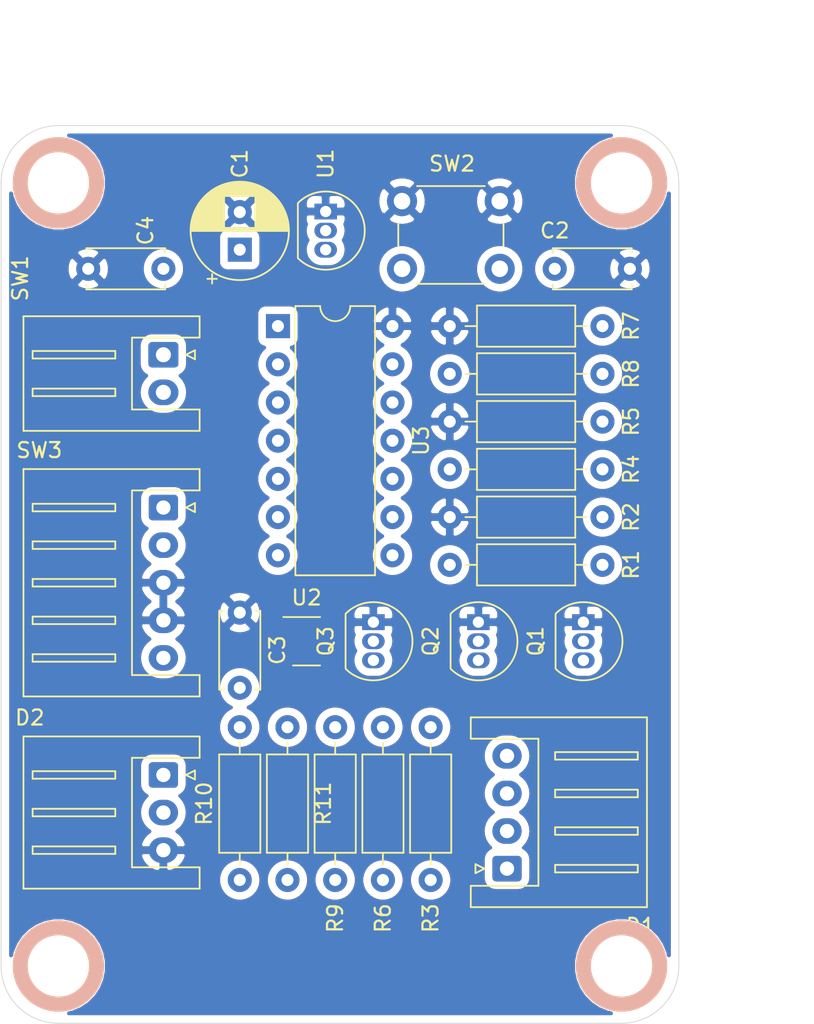
<source format=kicad_pcb>
(kicad_pcb (version 20171130) (host pcbnew "(5.1.6)-1")
  (layers (0 F.Cu signal) (31 B.Cu signal) (34 B.Paste user) (35 F.Paste user) (36 B.SilkS user) (37 F.SilkS user) (38 B.Mask user) (39 F.Mask user) (44 Edge.Cuts user))
  (net 0 "")
  (net 1 GND)
  (net 2 +5V)
  (net 3 ~RESET)
  (net 4 "Net-(C3-Pad2)")
  (net 5 "Net-(D1-Pad4)")
  (net 6 "Net-(D1-Pad3)")
  (net 7 "Net-(D1-Pad2)")
  (net 8 "Net-(Q1-Pad3)")
  (net 9 "Net-(Q1-Pad2)")
  (net 10 "Net-(Q2-Pad3)")
  (net 11 "Net-(Q2-Pad2)")
  (net 12 "Net-(Q3-Pad3)")
  (net 13 "Net-(Q3-Pad2)")
  (net 14 LED_R)
  (net 15 LED_G)
  (net 16 LED_B)
  (net 17 "Net-(R10-Pad2)")
  (net 18 "Net-(J1-Pad1)")
  (net 19 ROTARY_B)
  (net 20 ROTARY_A)
  (net 21 ROTARY_SW)
  (net 22 "Net-(U2-Pad1)")
  (net 23 LED_DATA)
  (net 24 "Net-(U3-Pad3)")
  (net 25 "Net-(U3-Pad2)")
  (net 26 "Net-(U3-Pad10)")
  (net 27 "Net-(U3-Pad9)")
  (module p_util:MH_M3 (layer F.Cu) (at 42.545 137.16)
    (fp_text reference REF** hide)
    (fp_text value MH_M3 hide)
    (fp_circle (center 0 0) (end 2.54 0) (layer F.SilkS) (width 1))
    (fp_circle (center 0 0) (end 2.54 0) (layer B.SilkS) (width 1))
    (pad "" np_thru_hole circle (at 0 0) (size 3.2 3.2) (drill 3.2) (layers *.Cu *.Mask) (clearance 1.5))
  )
  (module p_util:MH_M3 (layer F.Cu) (at 80.01 137.16)
    (fp_text reference REF** hide)
    (fp_text value MH_M3 hide)
    (fp_circle (center 0 0) (end 2.54 0) (layer F.SilkS) (width 1))
    (fp_circle (center 0 0) (end 2.54 0) (layer B.SilkS) (width 1))
    (pad "" np_thru_hole circle (at 0 0) (size 3.2 3.2) (drill 3.2) (layers *.Cu *.Mask) (clearance 1.5))
  )
  (module p_util:MH_M3 (layer F.Cu) (at 80.01 85.09)
    (fp_text reference REF** hide)
    (fp_text value MH_M3 hide)
    (fp_circle (center 0 0) (end 2.54 0) (layer F.SilkS) (width 1))
    (fp_circle (center 0 0) (end 2.54 0) (layer B.SilkS) (width 1))
    (pad "" np_thru_hole circle (at 0 0) (size 3.2 3.2) (drill 3.2) (layers *.Cu *.Mask) (clearance 1.5))
  )
  (module p_util:MH_M3 (layer F.Cu) (at 42.545 85.09)
    (fp_text reference REF** hide)
    (fp_text value MH_M3 hide)
    (fp_circle (center 0 0) (end 2.54 0) (layer F.SilkS) (width 1))
    (fp_circle (center 0 0) (end 2.54 0) (layer B.SilkS) (width 1))
    (pad "" np_thru_hole circle (at 0 0) (size 3.2 3.2) (drill 3.2) (layers *.Cu *.Mask) (clearance 1.5))
  )
  (module Package_DIP:DIP-14_W7.62mm (layer F.Cu) (at 57.15 94.615)
    (fp_text reference U3 (at 9.525 7.62 270) (layer F.SilkS))
    (fp_text value ATtiny84-20PU)
    (fp_arc (start 3.81 -1.33) (end 2.81 -1.33) (angle -180) (layer F.SilkS) (width 0.12))
    (fp_line (start 2.81 -1.33) (end 1.16 -1.33) (layer F.SilkS) (width 0.12))
    (fp_line (start 1.16 -1.33) (end 1.16 16.57) (layer F.SilkS) (width 0.12))
    (fp_line (start 1.16 16.57) (end 6.46 16.57) (layer F.SilkS) (width 0.12))
    (fp_line (start 6.46 16.57) (end 6.46 -1.33) (layer F.SilkS) (width 0.12))
    (fp_line (start 6.46 -1.33) (end 4.81 -1.33) (layer F.SilkS) (width 0.12))
    (pad 14 thru_hole oval (at 7.62 0) (size 1.6 1.6) (drill 0.8) (layers *.Cu *.Mask) (net 1 GND))
    (pad 7 thru_hole oval (at 0 15.24) (size 1.6 1.6) (drill 0.8) (layers *.Cu *.Mask) (net 23 LED_DATA))
    (pad 13 thru_hole oval (at 7.62 2.54) (size 1.6 1.6) (drill 0.8) (layers *.Cu *.Mask) (net 16 LED_B))
    (pad 6 thru_hole oval (at 0 12.7) (size 1.6 1.6) (drill 0.8) (layers *.Cu *.Mask) (net 19 ROTARY_B))
    (pad 12 thru_hole oval (at 7.62 5.08) (size 1.6 1.6) (drill 0.8) (layers *.Cu *.Mask) (net 15 LED_G))
    (pad 5 thru_hole oval (at 0 10.16) (size 1.6 1.6) (drill 0.8) (layers *.Cu *.Mask) (net 20 ROTARY_A))
    (pad 11 thru_hole oval (at 7.62 7.62) (size 1.6 1.6) (drill 0.8) (layers *.Cu *.Mask) (net 14 LED_R))
    (pad 4 thru_hole oval (at 0 7.62) (size 1.6 1.6) (drill 0.8) (layers *.Cu *.Mask) (net 3 ~RESET))
    (pad 10 thru_hole oval (at 7.62 10.16) (size 1.6 1.6) (drill 0.8) (layers *.Cu *.Mask) (net 26 "Net-(U3-Pad10)"))
    (pad 3 thru_hole oval (at 0 5.08) (size 1.6 1.6) (drill 0.8) (layers *.Cu *.Mask) (net 24 "Net-(U3-Pad3)"))
    (pad 9 thru_hole oval (at 7.62 12.7) (size 1.6 1.6) (drill 0.8) (layers *.Cu *.Mask) (net 27 "Net-(U3-Pad9)"))
    (pad 2 thru_hole oval (at 0 2.54) (size 1.6 1.6) (drill 0.8) (layers *.Cu *.Mask) (net 25 "Net-(U3-Pad2)"))
    (pad 8 thru_hole oval (at 7.62 15.24) (size 1.6 1.6) (drill 0.8) (layers *.Cu *.Mask) (net 21 ROTARY_SW))
    (pad 1 thru_hole rect (at 0 0) (size 1.6 1.6) (drill 0.8) (layers *.Cu *.Mask) (net 2 +5V))
  )
  (module Package_TO_SOT_SMD:SOT-23-5 (layer F.Cu) (at 59.055 115.57)
    (fp_text reference U2 (at 0 -2.9) (layer F.SilkS))
    (fp_text value 74LVC1G14)
    (fp_line (start -0.9 1.61) (end 0.9 1.61) (layer F.SilkS) (width 0.12))
    (fp_line (start 0.9 -1.61) (end -1.55 -1.61) (layer F.SilkS) (width 0.12))
    (pad 5 smd rect (at 1.1 -0.95) (size 1.06 0.65) (layers F.Cu F.Paste F.Mask) (net 2 +5V))
    (pad 4 smd rect (at 1.1 0.95) (size 1.06 0.65) (layers F.Cu F.Paste F.Mask) (net 21 ROTARY_SW))
    (pad 3 smd rect (at -1.1 0.95) (size 1.06 0.65) (layers F.Cu F.Paste F.Mask) (net 1 GND))
    (pad 2 smd rect (at -1.1 0) (size 1.06 0.65) (layers F.Cu F.Paste F.Mask) (net 4 "Net-(C3-Pad2)"))
    (pad 1 smd rect (at -1.1 -0.95) (size 1.06 0.65) (layers F.Cu F.Paste F.Mask) (net 22 "Net-(U2-Pad1)"))
  )
  (module Package_TO_SOT_THT:TO-92_Inline (layer F.Cu) (at 60.325 86.995 270)
    (fp_text reference U1 (at -3.175 0 270) (layer F.SilkS))
    (fp_text value DS1233)
    (fp_arc (start 1.27 0) (end 1.27 -2.6) (angle 135) (layer F.SilkS) (width 0.12))
    (fp_arc (start 1.27 0) (end 1.27 -2.6) (angle -135) (layer F.SilkS) (width 0.12))
    (fp_line (start -0.53 1.85) (end 3.07 1.85) (layer F.SilkS) (width 0.12))
    (pad 1 thru_hole rect (at 0 0 270) (size 1.05 1.5) (drill 0.75) (layers *.Cu *.Mask) (net 1 GND))
    (pad 3 thru_hole oval (at 2.54 0 270) (size 1.05 1.5) (drill 0.75) (layers *.Cu *.Mask) (net 2 +5V))
    (pad 2 thru_hole oval (at 1.27 0 270) (size 1.05 1.5) (drill 0.75) (layers *.Cu *.Mask) (net 3 ~RESET))
  )
  (module p_util:JST_XH_5PIN_HORIZONTAL_ROTARY_ENCODER (layer F.Cu) (at 49.53 106.68 270)
    (fp_text reference SW3 (at -3.81 8.255 180) (layer F.SilkS))
    (fp_text value Rotary_Encoder_Switch)
    (fp_line (start 5 9.31) (end -2.56 9.31) (layer F.SilkS) (width 0.12))
    (fp_line (start -2.56 9.31) (end -2.56 -2.41) (layer F.SilkS) (width 0.12))
    (fp_line (start -2.56 -2.41) (end -1.14 -2.41) (layer F.SilkS) (width 0.12))
    (fp_line (start -1.14 -2.41) (end -1.14 2.09) (layer F.SilkS) (width 0.12))
    (fp_line (start -1.14 2.09) (end 5 2.09) (layer F.SilkS) (width 0.12))
    (fp_line (start 5 9.31) (end 12.56 9.31) (layer F.SilkS) (width 0.12))
    (fp_line (start 12.56 9.31) (end 12.56 -2.41) (layer F.SilkS) (width 0.12))
    (fp_line (start 12.56 -2.41) (end 11.14 -2.41) (layer F.SilkS) (width 0.12))
    (fp_line (start 11.14 -2.41) (end 11.14 2.09) (layer F.SilkS) (width 0.12))
    (fp_line (start 11.14 2.09) (end 5 2.09) (layer F.SilkS) (width 0.12))
    (fp_line (start -0.25 3.2) (end -0.25 8.7) (layer F.SilkS) (width 0.12))
    (fp_line (start -0.25 8.7) (end 0.25 8.7) (layer F.SilkS) (width 0.12))
    (fp_line (start 0.25 8.7) (end 0.25 3.2) (layer F.SilkS) (width 0.12))
    (fp_line (start 0.25 3.2) (end -0.25 3.2) (layer F.SilkS) (width 0.12))
    (fp_line (start 2.25 3.2) (end 2.25 8.7) (layer F.SilkS) (width 0.12))
    (fp_line (start 2.25 8.7) (end 2.75 8.7) (layer F.SilkS) (width 0.12))
    (fp_line (start 2.75 8.7) (end 2.75 3.2) (layer F.SilkS) (width 0.12))
    (fp_line (start 2.75 3.2) (end 2.25 3.2) (layer F.SilkS) (width 0.12))
    (fp_line (start 4.75 3.2) (end 4.75 8.7) (layer F.SilkS) (width 0.12))
    (fp_line (start 4.75 8.7) (end 5.25 8.7) (layer F.SilkS) (width 0.12))
    (fp_line (start 5.25 8.7) (end 5.25 3.2) (layer F.SilkS) (width 0.12))
    (fp_line (start 5.25 3.2) (end 4.75 3.2) (layer F.SilkS) (width 0.12))
    (fp_line (start 7.25 3.2) (end 7.25 8.7) (layer F.SilkS) (width 0.12))
    (fp_line (start 7.25 8.7) (end 7.75 8.7) (layer F.SilkS) (width 0.12))
    (fp_line (start 7.75 8.7) (end 7.75 3.2) (layer F.SilkS) (width 0.12))
    (fp_line (start 7.75 3.2) (end 7.25 3.2) (layer F.SilkS) (width 0.12))
    (fp_line (start 9.75 3.2) (end 9.75 8.7) (layer F.SilkS) (width 0.12))
    (fp_line (start 9.75 8.7) (end 10.25 8.7) (layer F.SilkS) (width 0.12))
    (fp_line (start 10.25 8.7) (end 10.25 3.2) (layer F.SilkS) (width 0.12))
    (fp_line (start 10.25 3.2) (end 9.75 3.2) (layer F.SilkS) (width 0.12))
    (fp_line (start 0 -1.5) (end -0.3 -2.1) (layer F.SilkS) (width 0.12))
    (fp_line (start -0.3 -2.1) (end 0.3 -2.1) (layer F.SilkS) (width 0.12))
    (fp_line (start 0.3 -2.1) (end 0 -1.5) (layer F.SilkS) (width 0.12))
    (pad S2 thru_hole oval (at 10 0 270) (size 1.7 1.95) (drill 0.95) (layers *.Cu *.Mask) (net 17 "Net-(R10-Pad2)"))
    (pad S1 thru_hole oval (at 7.5 0 270) (size 1.7 1.95) (drill 0.95) (layers *.Cu *.Mask) (net 1 GND))
    (pad C thru_hole oval (at 5 0 270) (size 1.7 1.95) (drill 0.95) (layers *.Cu *.Mask) (net 1 GND))
    (pad B thru_hole oval (at 2.5 0 270) (size 1.7 1.95) (drill 0.95) (layers *.Cu *.Mask) (net 19 ROTARY_B))
    (pad A thru_hole roundrect (at 0 0 270) (size 1.7 1.95) (drill 0.95) (layers *.Cu *.Mask) (roundrect_rratio 0.147) (net 20 ROTARY_A))
  )
  (module Button_Switch_THT:SW_PUSH_6mm_H5mm (layer F.Cu) (at 71.905 90.805 180)
    (fp_text reference SW2 (at 3.175 6.985 180) (layer F.SilkS))
    (fp_text value M_RESET)
    (fp_line (start 1 5.5) (end 5.5 5.5) (layer F.SilkS) (width 0.12))
    (fp_line (start -0.25 1.5) (end -0.25 3) (layer F.SilkS) (width 0.12))
    (fp_line (start 5.5 -1) (end 1 -1) (layer F.SilkS) (width 0.12))
    (fp_line (start 6.75 3) (end 6.75 1.5) (layer F.SilkS) (width 0.12))
    (pad 1 thru_hole circle (at 6.5 0 270) (size 2 2) (drill 1.1) (layers *.Cu *.Mask) (net 3 ~RESET))
    (pad 2 thru_hole circle (at 6.5 4.5 270) (size 2 2) (drill 1.1) (layers *.Cu *.Mask) (net 1 GND))
    (pad 1 thru_hole circle (at 0 0 270) (size 2 2) (drill 1.1) (layers *.Cu *.Mask) (net 3 ~RESET))
    (pad 2 thru_hole circle (at 0 4.5 270) (size 2 2) (drill 1.1) (layers *.Cu *.Mask) (net 1 GND))
  )
  (module Connector_JST:JST_XH_S2B-XH-A_1x02_P2.50mm_Horizontal (layer F.Cu) (at 49.53 96.52 270)
    (fp_text reference SW1 (at -5.08 9.525 270) (layer F.SilkS))
    (fp_text value MAIN)
    (fp_line (start 1.25 9.31) (end -2.56 9.31) (layer F.SilkS) (width 0.12))
    (fp_line (start -2.56 9.31) (end -2.56 -2.41) (layer F.SilkS) (width 0.12))
    (fp_line (start -2.56 -2.41) (end -1.14 -2.41) (layer F.SilkS) (width 0.12))
    (fp_line (start -1.14 -2.41) (end -1.14 2.09) (layer F.SilkS) (width 0.12))
    (fp_line (start -1.14 2.09) (end 1.25 2.09) (layer F.SilkS) (width 0.12))
    (fp_line (start 1.25 9.31) (end 5.06 9.31) (layer F.SilkS) (width 0.12))
    (fp_line (start 5.06 9.31) (end 5.06 -2.41) (layer F.SilkS) (width 0.12))
    (fp_line (start 5.06 -2.41) (end 3.64 -2.41) (layer F.SilkS) (width 0.12))
    (fp_line (start 3.64 -2.41) (end 3.64 2.09) (layer F.SilkS) (width 0.12))
    (fp_line (start 3.64 2.09) (end 1.25 2.09) (layer F.SilkS) (width 0.12))
    (fp_line (start -0.25 3.2) (end -0.25 8.7) (layer F.SilkS) (width 0.12))
    (fp_line (start -0.25 8.7) (end 0.25 8.7) (layer F.SilkS) (width 0.12))
    (fp_line (start 0.25 8.7) (end 0.25 3.2) (layer F.SilkS) (width 0.12))
    (fp_line (start 0.25 3.2) (end -0.25 3.2) (layer F.SilkS) (width 0.12))
    (fp_line (start 2.25 3.2) (end 2.25 8.7) (layer F.SilkS) (width 0.12))
    (fp_line (start 2.25 8.7) (end 2.75 8.7) (layer F.SilkS) (width 0.12))
    (fp_line (start 2.75 8.7) (end 2.75 3.2) (layer F.SilkS) (width 0.12))
    (fp_line (start 2.75 3.2) (end 2.25 3.2) (layer F.SilkS) (width 0.12))
    (fp_line (start 0 -1.5) (end -0.3 -2.1) (layer F.SilkS) (width 0.12))
    (fp_line (start -0.3 -2.1) (end 0.3 -2.1) (layer F.SilkS) (width 0.12))
    (fp_line (start 0.3 -2.1) (end 0 -1.5) (layer F.SilkS) (width 0.12))
    (pad 2 thru_hole oval (at 2.5 0 270) (size 1.7 2) (drill 1) (layers *.Cu *.Mask) (net 2 +5V))
    (pad 1 thru_hole roundrect (at 0 0 270) (size 1.7 2) (drill 1) (layers *.Cu *.Mask) (roundrect_rratio 0.147059) (net 18 "Net-(J1-Pad1)"))
  )
  (module Resistor_THT:R_Axial_DIN0207_L6.3mm_D2.5mm_P10.16mm_Horizontal (layer F.Cu) (at 57.785 121.285 270)
    (fp_text reference R11 (at 5.08 -2.37 90) (layer F.SilkS))
    (fp_text value R)
    (fp_line (start 1.81 -1.37) (end 1.81 1.37) (layer F.SilkS) (width 0.12))
    (fp_line (start 1.81 1.37) (end 8.35 1.37) (layer F.SilkS) (width 0.12))
    (fp_line (start 8.35 1.37) (end 8.35 -1.37) (layer F.SilkS) (width 0.12))
    (fp_line (start 8.35 -1.37) (end 1.81 -1.37) (layer F.SilkS) (width 0.12))
    (fp_line (start 1.04 0) (end 1.81 0) (layer F.SilkS) (width 0.12))
    (fp_line (start 9.12 0) (end 8.35 0) (layer F.SilkS) (width 0.12))
    (pad 2 thru_hole oval (at 10.16 0 270) (size 1.6 1.6) (drill 0.8) (layers *.Cu *.Mask) (net 17 "Net-(R10-Pad2)"))
    (pad 1 thru_hole circle (at 0 0 270) (size 1.6 1.6) (drill 0.8) (layers *.Cu *.Mask) (net 4 "Net-(C3-Pad2)"))
  )
  (module Resistor_THT:R_Axial_DIN0207_L6.3mm_D2.5mm_P10.16mm_Horizontal (layer F.Cu) (at 54.61 131.445 90)
    (fp_text reference R10 (at 5.08 -2.37 90) (layer F.SilkS))
    (fp_text value R)
    (fp_line (start 1.81 -1.37) (end 1.81 1.37) (layer F.SilkS) (width 0.12))
    (fp_line (start 1.81 1.37) (end 8.35 1.37) (layer F.SilkS) (width 0.12))
    (fp_line (start 8.35 1.37) (end 8.35 -1.37) (layer F.SilkS) (width 0.12))
    (fp_line (start 8.35 -1.37) (end 1.81 -1.37) (layer F.SilkS) (width 0.12))
    (fp_line (start 1.04 0) (end 1.81 0) (layer F.SilkS) (width 0.12))
    (fp_line (start 9.12 0) (end 8.35 0) (layer F.SilkS) (width 0.12))
    (pad 2 thru_hole oval (at 10.16 0 90) (size 1.6 1.6) (drill 0.8) (layers *.Cu *.Mask) (net 17 "Net-(R10-Pad2)"))
    (pad 1 thru_hole circle (at 0 0 90) (size 1.6 1.6) (drill 0.8) (layers *.Cu *.Mask) (net 2 +5V))
  )
  (module Resistor_THT:R_Axial_DIN0207_L6.3mm_D2.5mm_P10.16mm_Horizontal (layer F.Cu) (at 60.96 131.445 90)
    (fp_text reference R9 (at -2.54 0 90) (layer F.SilkS))
    (fp_text value 90)
    (fp_line (start 1.81 -1.37) (end 1.81 1.37) (layer F.SilkS) (width 0.12))
    (fp_line (start 1.81 1.37) (end 8.35 1.37) (layer F.SilkS) (width 0.12))
    (fp_line (start 8.35 1.37) (end 8.35 -1.37) (layer F.SilkS) (width 0.12))
    (fp_line (start 8.35 -1.37) (end 1.81 -1.37) (layer F.SilkS) (width 0.12))
    (fp_line (start 1.04 0) (end 1.81 0) (layer F.SilkS) (width 0.12))
    (fp_line (start 9.12 0) (end 8.35 0) (layer F.SilkS) (width 0.12))
    (pad 2 thru_hole oval (at 10.16 0 90) (size 1.6 1.6) (drill 0.8) (layers *.Cu *.Mask) (net 12 "Net-(Q3-Pad3)"))
    (pad 1 thru_hole circle (at 0 0 90) (size 1.6 1.6) (drill 0.8) (layers *.Cu *.Mask) (net 6 "Net-(D1-Pad3)"))
  )
  (module Resistor_THT:R_Axial_DIN0207_L6.3mm_D2.5mm_P10.16mm_Horizontal (layer F.Cu) (at 78.74 94.615 180)
    (fp_text reference R8 (at -1.905 -3.175 270) (layer F.SilkS))
    (fp_text value 10k)
    (fp_line (start 1.81 -1.37) (end 1.81 1.37) (layer F.SilkS) (width 0.12))
    (fp_line (start 1.81 1.37) (end 8.35 1.37) (layer F.SilkS) (width 0.12))
    (fp_line (start 8.35 1.37) (end 8.35 -1.37) (layer F.SilkS) (width 0.12))
    (fp_line (start 8.35 -1.37) (end 1.81 -1.37) (layer F.SilkS) (width 0.12))
    (fp_line (start 1.04 0) (end 1.81 0) (layer F.SilkS) (width 0.12))
    (fp_line (start 9.12 0) (end 8.35 0) (layer F.SilkS) (width 0.12))
    (pad 2 thru_hole oval (at 10.16 0 180) (size 1.6 1.6) (drill 0.8) (layers *.Cu *.Mask) (net 1 GND))
    (pad 1 thru_hole circle (at 0 0 180) (size 1.6 1.6) (drill 0.8) (layers *.Cu *.Mask) (net 13 "Net-(Q3-Pad2)"))
  )
  (module Resistor_THT:R_Axial_DIN0207_L6.3mm_D2.5mm_P10.16mm_Horizontal (layer F.Cu) (at 68.58 97.79)
    (fp_text reference R7 (at 12.065 -3.175 270) (layer F.SilkS))
    (fp_text value 1k)
    (fp_line (start 1.81 -1.37) (end 1.81 1.37) (layer F.SilkS) (width 0.12))
    (fp_line (start 1.81 1.37) (end 8.35 1.37) (layer F.SilkS) (width 0.12))
    (fp_line (start 8.35 1.37) (end 8.35 -1.37) (layer F.SilkS) (width 0.12))
    (fp_line (start 8.35 -1.37) (end 1.81 -1.37) (layer F.SilkS) (width 0.12))
    (fp_line (start 1.04 0) (end 1.81 0) (layer F.SilkS) (width 0.12))
    (fp_line (start 9.12 0) (end 8.35 0) (layer F.SilkS) (width 0.12))
    (pad 2 thru_hole oval (at 10.16 0) (size 1.6 1.6) (drill 0.8) (layers *.Cu *.Mask) (net 13 "Net-(Q3-Pad2)"))
    (pad 1 thru_hole circle (at 0 0) (size 1.6 1.6) (drill 0.8) (layers *.Cu *.Mask) (net 16 LED_B))
  )
  (module Resistor_THT:R_Axial_DIN0207_L6.3mm_D2.5mm_P10.16mm_Horizontal (layer F.Cu) (at 64.135 131.445 90)
    (fp_text reference R6 (at -2.54 0 90) (layer F.SilkS))
    (fp_text value 90)
    (fp_line (start 1.81 -1.37) (end 1.81 1.37) (layer F.SilkS) (width 0.12))
    (fp_line (start 1.81 1.37) (end 8.35 1.37) (layer F.SilkS) (width 0.12))
    (fp_line (start 8.35 1.37) (end 8.35 -1.37) (layer F.SilkS) (width 0.12))
    (fp_line (start 8.35 -1.37) (end 1.81 -1.37) (layer F.SilkS) (width 0.12))
    (fp_line (start 1.04 0) (end 1.81 0) (layer F.SilkS) (width 0.12))
    (fp_line (start 9.12 0) (end 8.35 0) (layer F.SilkS) (width 0.12))
    (pad 2 thru_hole oval (at 10.16 0 90) (size 1.6 1.6) (drill 0.8) (layers *.Cu *.Mask) (net 10 "Net-(Q2-Pad3)"))
    (pad 1 thru_hole circle (at 0 0 90) (size 1.6 1.6) (drill 0.8) (layers *.Cu *.Mask) (net 5 "Net-(D1-Pad4)"))
  )
  (module Resistor_THT:R_Axial_DIN0207_L6.3mm_D2.5mm_P10.16mm_Horizontal (layer F.Cu) (at 78.74 100.965 180)
    (fp_text reference R5 (at -1.905 0 270) (layer F.SilkS))
    (fp_text value 10k)
    (fp_line (start 1.81 -1.37) (end 1.81 1.37) (layer F.SilkS) (width 0.12))
    (fp_line (start 1.81 1.37) (end 8.35 1.37) (layer F.SilkS) (width 0.12))
    (fp_line (start 8.35 1.37) (end 8.35 -1.37) (layer F.SilkS) (width 0.12))
    (fp_line (start 8.35 -1.37) (end 1.81 -1.37) (layer F.SilkS) (width 0.12))
    (fp_line (start 1.04 0) (end 1.81 0) (layer F.SilkS) (width 0.12))
    (fp_line (start 9.12 0) (end 8.35 0) (layer F.SilkS) (width 0.12))
    (pad 2 thru_hole oval (at 10.16 0 180) (size 1.6 1.6) (drill 0.8) (layers *.Cu *.Mask) (net 1 GND))
    (pad 1 thru_hole circle (at 0 0 180) (size 1.6 1.6) (drill 0.8) (layers *.Cu *.Mask) (net 11 "Net-(Q2-Pad2)"))
  )
  (module Resistor_THT:R_Axial_DIN0207_L6.3mm_D2.5mm_P10.16mm_Horizontal (layer F.Cu) (at 68.58 104.14)
    (fp_text reference R4 (at 12.065 0 270) (layer F.SilkS))
    (fp_text value 1k)
    (fp_line (start 1.81 -1.37) (end 1.81 1.37) (layer F.SilkS) (width 0.12))
    (fp_line (start 1.81 1.37) (end 8.35 1.37) (layer F.SilkS) (width 0.12))
    (fp_line (start 8.35 1.37) (end 8.35 -1.37) (layer F.SilkS) (width 0.12))
    (fp_line (start 8.35 -1.37) (end 1.81 -1.37) (layer F.SilkS) (width 0.12))
    (fp_line (start 1.04 0) (end 1.81 0) (layer F.SilkS) (width 0.12))
    (fp_line (start 9.12 0) (end 8.35 0) (layer F.SilkS) (width 0.12))
    (pad 2 thru_hole oval (at 10.16 0) (size 1.6 1.6) (drill 0.8) (layers *.Cu *.Mask) (net 11 "Net-(Q2-Pad2)"))
    (pad 1 thru_hole circle (at 0 0) (size 1.6 1.6) (drill 0.8) (layers *.Cu *.Mask) (net 15 LED_G))
  )
  (module Resistor_THT:R_Axial_DIN0207_L6.3mm_D2.5mm_P10.16mm_Horizontal (layer F.Cu) (at 67.31 131.445 90)
    (fp_text reference R3 (at -2.54 0 270) (layer F.SilkS))
    (fp_text value 140)
    (fp_line (start 1.81 -1.37) (end 1.81 1.37) (layer F.SilkS) (width 0.12))
    (fp_line (start 1.81 1.37) (end 8.35 1.37) (layer F.SilkS) (width 0.12))
    (fp_line (start 8.35 1.37) (end 8.35 -1.37) (layer F.SilkS) (width 0.12))
    (fp_line (start 8.35 -1.37) (end 1.81 -1.37) (layer F.SilkS) (width 0.12))
    (fp_line (start 1.04 0) (end 1.81 0) (layer F.SilkS) (width 0.12))
    (fp_line (start 9.12 0) (end 8.35 0) (layer F.SilkS) (width 0.12))
    (pad 2 thru_hole oval (at 10.16 0 90) (size 1.6 1.6) (drill 0.8) (layers *.Cu *.Mask) (net 8 "Net-(Q1-Pad3)"))
    (pad 1 thru_hole circle (at 0 0 90) (size 1.6 1.6) (drill 0.8) (layers *.Cu *.Mask) (net 7 "Net-(D1-Pad2)"))
  )
  (module Resistor_THT:R_Axial_DIN0207_L6.3mm_D2.5mm_P10.16mm_Horizontal (layer F.Cu) (at 78.74 107.315 180)
    (fp_text reference R2 (at -1.905 0 270) (layer F.SilkS))
    (fp_text value 10k)
    (fp_line (start 1.81 -1.37) (end 1.81 1.37) (layer F.SilkS) (width 0.12))
    (fp_line (start 1.81 1.37) (end 8.35 1.37) (layer F.SilkS) (width 0.12))
    (fp_line (start 8.35 1.37) (end 8.35 -1.37) (layer F.SilkS) (width 0.12))
    (fp_line (start 8.35 -1.37) (end 1.81 -1.37) (layer F.SilkS) (width 0.12))
    (fp_line (start 1.04 0) (end 1.81 0) (layer F.SilkS) (width 0.12))
    (fp_line (start 9.12 0) (end 8.35 0) (layer F.SilkS) (width 0.12))
    (pad 2 thru_hole oval (at 10.16 0 180) (size 1.6 1.6) (drill 0.8) (layers *.Cu *.Mask) (net 1 GND))
    (pad 1 thru_hole circle (at 0 0 180) (size 1.6 1.6) (drill 0.8) (layers *.Cu *.Mask) (net 9 "Net-(Q1-Pad2)"))
  )
  (module Resistor_THT:R_Axial_DIN0207_L6.3mm_D2.5mm_P10.16mm_Horizontal (layer F.Cu) (at 68.58 110.49)
    (fp_text reference R1 (at 12.065 0 270) (layer F.SilkS))
    (fp_text value 1k)
    (fp_line (start 1.81 -1.37) (end 1.81 1.37) (layer F.SilkS) (width 0.12))
    (fp_line (start 1.81 1.37) (end 8.35 1.37) (layer F.SilkS) (width 0.12))
    (fp_line (start 8.35 1.37) (end 8.35 -1.37) (layer F.SilkS) (width 0.12))
    (fp_line (start 8.35 -1.37) (end 1.81 -1.37) (layer F.SilkS) (width 0.12))
    (fp_line (start 1.04 0) (end 1.81 0) (layer F.SilkS) (width 0.12))
    (fp_line (start 9.12 0) (end 8.35 0) (layer F.SilkS) (width 0.12))
    (pad 2 thru_hole oval (at 10.16 0) (size 1.6 1.6) (drill 0.8) (layers *.Cu *.Mask) (net 9 "Net-(Q1-Pad2)"))
    (pad 1 thru_hole circle (at 0 0) (size 1.6 1.6) (drill 0.8) (layers *.Cu *.Mask) (net 14 LED_R))
  )
  (module Package_TO_SOT_THT:TO-92_Inline (layer F.Cu) (at 63.5 114.3 270)
    (fp_text reference Q3 (at 1.27 3.175 270) (layer F.SilkS))
    (fp_text value 2N7000)
    (fp_arc (start 1.27 0) (end 1.27 -2.6) (angle 135) (layer F.SilkS) (width 0.12))
    (fp_arc (start 1.27 0) (end 1.27 -2.6) (angle -135) (layer F.SilkS) (width 0.12))
    (fp_line (start -0.53 1.85) (end 3.07 1.85) (layer F.SilkS) (width 0.12))
    (pad 1 thru_hole rect (at 0 0 270) (size 1.05 1.5) (drill 0.75) (layers *.Cu *.Mask) (net 1 GND))
    (pad 3 thru_hole oval (at 2.54 0 270) (size 1.05 1.5) (drill 0.75) (layers *.Cu *.Mask) (net 12 "Net-(Q3-Pad3)"))
    (pad 2 thru_hole oval (at 1.27 0 270) (size 1.05 1.5) (drill 0.75) (layers *.Cu *.Mask) (net 13 "Net-(Q3-Pad2)"))
  )
  (module Package_TO_SOT_THT:TO-92_Inline (layer F.Cu) (at 70.485 114.3 270)
    (fp_text reference Q2 (at 1.27 3.175 270) (layer F.SilkS))
    (fp_text value 2N7000)
    (fp_arc (start 1.27 0) (end 1.27 -2.6) (angle 135) (layer F.SilkS) (width 0.12))
    (fp_arc (start 1.27 0) (end 1.27 -2.6) (angle -135) (layer F.SilkS) (width 0.12))
    (fp_line (start -0.53 1.85) (end 3.07 1.85) (layer F.SilkS) (width 0.12))
    (pad 1 thru_hole rect (at 0 0 270) (size 1.05 1.5) (drill 0.75) (layers *.Cu *.Mask) (net 1 GND))
    (pad 3 thru_hole oval (at 2.54 0 270) (size 1.05 1.5) (drill 0.75) (layers *.Cu *.Mask) (net 10 "Net-(Q2-Pad3)"))
    (pad 2 thru_hole oval (at 1.27 0 270) (size 1.05 1.5) (drill 0.75) (layers *.Cu *.Mask) (net 11 "Net-(Q2-Pad2)"))
  )
  (module Package_TO_SOT_THT:TO-92_Inline (layer F.Cu) (at 77.47 114.3 270)
    (fp_text reference Q1 (at 1.27 3.175 270) (layer F.SilkS))
    (fp_text value 2N7000)
    (fp_arc (start 1.27 0) (end 1.27 -2.6) (angle 135) (layer F.SilkS) (width 0.12))
    (fp_arc (start 1.27 0) (end 1.27 -2.6) (angle -135) (layer F.SilkS) (width 0.12))
    (fp_line (start -0.53 1.85) (end 3.07 1.85) (layer F.SilkS) (width 0.12))
    (pad 1 thru_hole rect (at 0 0 270) (size 1.05 1.5) (drill 0.75) (layers *.Cu *.Mask) (net 1 GND))
    (pad 3 thru_hole oval (at 2.54 0 270) (size 1.05 1.5) (drill 0.75) (layers *.Cu *.Mask) (net 8 "Net-(Q1-Pad3)"))
    (pad 2 thru_hole oval (at 1.27 0 270) (size 1.05 1.5) (drill 0.75) (layers *.Cu *.Mask) (net 9 "Net-(Q1-Pad2)"))
  )
  (module Connector_JST:JST_XH_S3B-XH-A_1x03_P2.50mm_Horizontal (layer F.Cu) (at 49.53 124.46 270)
    (fp_text reference D2 (at -3.81 8.89 180) (layer F.SilkS))
    (fp_text value WS2812B)
    (fp_line (start 2.5 9.31) (end -2.56 9.31) (layer F.SilkS) (width 0.12))
    (fp_line (start -2.56 9.31) (end -2.56 -2.41) (layer F.SilkS) (width 0.12))
    (fp_line (start -2.56 -2.41) (end -1.14 -2.41) (layer F.SilkS) (width 0.12))
    (fp_line (start -1.14 -2.41) (end -1.14 2.09) (layer F.SilkS) (width 0.12))
    (fp_line (start -1.14 2.09) (end 2.5 2.09) (layer F.SilkS) (width 0.12))
    (fp_line (start 2.5 9.31) (end 7.56 9.31) (layer F.SilkS) (width 0.12))
    (fp_line (start 7.56 9.31) (end 7.56 -2.41) (layer F.SilkS) (width 0.12))
    (fp_line (start 7.56 -2.41) (end 6.14 -2.41) (layer F.SilkS) (width 0.12))
    (fp_line (start 6.14 -2.41) (end 6.14 2.09) (layer F.SilkS) (width 0.12))
    (fp_line (start 6.14 2.09) (end 2.5 2.09) (layer F.SilkS) (width 0.12))
    (fp_line (start -0.25 3.2) (end -0.25 8.7) (layer F.SilkS) (width 0.12))
    (fp_line (start -0.25 8.7) (end 0.25 8.7) (layer F.SilkS) (width 0.12))
    (fp_line (start 0.25 8.7) (end 0.25 3.2) (layer F.SilkS) (width 0.12))
    (fp_line (start 0.25 3.2) (end -0.25 3.2) (layer F.SilkS) (width 0.12))
    (fp_line (start 2.25 3.2) (end 2.25 8.7) (layer F.SilkS) (width 0.12))
    (fp_line (start 2.25 8.7) (end 2.75 8.7) (layer F.SilkS) (width 0.12))
    (fp_line (start 2.75 8.7) (end 2.75 3.2) (layer F.SilkS) (width 0.12))
    (fp_line (start 2.75 3.2) (end 2.25 3.2) (layer F.SilkS) (width 0.12))
    (fp_line (start 4.75 3.2) (end 4.75 8.7) (layer F.SilkS) (width 0.12))
    (fp_line (start 4.75 8.7) (end 5.25 8.7) (layer F.SilkS) (width 0.12))
    (fp_line (start 5.25 8.7) (end 5.25 3.2) (layer F.SilkS) (width 0.12))
    (fp_line (start 5.25 3.2) (end 4.75 3.2) (layer F.SilkS) (width 0.12))
    (fp_line (start 0 -1.5) (end -0.3 -2.1) (layer F.SilkS) (width 0.12))
    (fp_line (start -0.3 -2.1) (end 0.3 -2.1) (layer F.SilkS) (width 0.12))
    (fp_line (start 0.3 -2.1) (end 0 -1.5) (layer F.SilkS) (width 0.12))
    (pad 3 thru_hole oval (at 5 0 270) (size 1.7 1.95) (drill 0.95) (layers *.Cu *.Mask) (net 1 GND))
    (pad 2 thru_hole oval (at 2.5 0 270) (size 1.7 1.95) (drill 0.95) (layers *.Cu *.Mask) (net 23 LED_DATA))
    (pad 1 thru_hole roundrect (at 0 0 270) (size 1.7 1.95) (drill 0.95) (layers *.Cu *.Mask) (roundrect_rratio 0.147059) (net 2 +5V))
  )
  (module Connector_JST:JST_XH_S4B-XH-A_1x04_P2.50mm_Horizontal (layer F.Cu) (at 72.39 130.69 90)
    (fp_text reference D1 (at -3.81 8.89) (layer F.SilkS))
    (fp_text value LED_ARBG)
    (fp_line (start 3.75 9.31) (end -2.56 9.31) (layer F.SilkS) (width 0.12))
    (fp_line (start -2.56 9.31) (end -2.56 -2.41) (layer F.SilkS) (width 0.12))
    (fp_line (start -2.56 -2.41) (end -1.14 -2.41) (layer F.SilkS) (width 0.12))
    (fp_line (start -1.14 -2.41) (end -1.14 2.09) (layer F.SilkS) (width 0.12))
    (fp_line (start -1.14 2.09) (end 3.75 2.09) (layer F.SilkS) (width 0.12))
    (fp_line (start 3.75 9.31) (end 10.06 9.31) (layer F.SilkS) (width 0.12))
    (fp_line (start 10.06 9.31) (end 10.06 -2.41) (layer F.SilkS) (width 0.12))
    (fp_line (start 10.06 -2.41) (end 8.64 -2.41) (layer F.SilkS) (width 0.12))
    (fp_line (start 8.64 -2.41) (end 8.64 2.09) (layer F.SilkS) (width 0.12))
    (fp_line (start 8.64 2.09) (end 3.75 2.09) (layer F.SilkS) (width 0.12))
    (fp_line (start -0.25 3.2) (end -0.25 8.7) (layer F.SilkS) (width 0.12))
    (fp_line (start -0.25 8.7) (end 0.25 8.7) (layer F.SilkS) (width 0.12))
    (fp_line (start 0.25 8.7) (end 0.25 3.2) (layer F.SilkS) (width 0.12))
    (fp_line (start 0.25 3.2) (end -0.25 3.2) (layer F.SilkS) (width 0.12))
    (fp_line (start 2.25 3.2) (end 2.25 8.7) (layer F.SilkS) (width 0.12))
    (fp_line (start 2.25 8.7) (end 2.75 8.7) (layer F.SilkS) (width 0.12))
    (fp_line (start 2.75 8.7) (end 2.75 3.2) (layer F.SilkS) (width 0.12))
    (fp_line (start 2.75 3.2) (end 2.25 3.2) (layer F.SilkS) (width 0.12))
    (fp_line (start 4.75 3.2) (end 4.75 8.7) (layer F.SilkS) (width 0.12))
    (fp_line (start 4.75 8.7) (end 5.25 8.7) (layer F.SilkS) (width 0.12))
    (fp_line (start 5.25 8.7) (end 5.25 3.2) (layer F.SilkS) (width 0.12))
    (fp_line (start 5.25 3.2) (end 4.75 3.2) (layer F.SilkS) (width 0.12))
    (fp_line (start 7.25 3.2) (end 7.25 8.7) (layer F.SilkS) (width 0.12))
    (fp_line (start 7.25 8.7) (end 7.75 8.7) (layer F.SilkS) (width 0.12))
    (fp_line (start 7.75 8.7) (end 7.75 3.2) (layer F.SilkS) (width 0.12))
    (fp_line (start 7.75 3.2) (end 7.25 3.2) (layer F.SilkS) (width 0.12))
    (fp_line (start 0 -1.5) (end -0.3 -2.1) (layer F.SilkS) (width 0.12))
    (fp_line (start -0.3 -2.1) (end 0.3 -2.1) (layer F.SilkS) (width 0.12))
    (fp_line (start 0.3 -2.1) (end 0 -1.5) (layer F.SilkS) (width 0.12))
    (pad 4 thru_hole oval (at 7.5 0 90) (size 1.7 1.95) (drill 0.95) (layers *.Cu *.Mask) (net 5 "Net-(D1-Pad4)"))
    (pad 3 thru_hole oval (at 5 0 90) (size 1.7 1.95) (drill 0.95) (layers *.Cu *.Mask) (net 6 "Net-(D1-Pad3)"))
    (pad 2 thru_hole oval (at 2.5 0 90) (size 1.7 1.95) (drill 0.95) (layers *.Cu *.Mask) (net 7 "Net-(D1-Pad2)"))
    (pad 1 thru_hole roundrect (at 0 0 90) (size 1.7 1.95) (drill 0.95) (layers *.Cu *.Mask) (roundrect_rratio 0.147059) (net 2 +5V))
  )
  (module Capacitor_THT:C_Disc_D5.0mm_W2.5mm_P5.00mm (layer F.Cu) (at 49.53 90.805 180)
    (fp_text reference C4 (at 1.19 2.54 270) (layer F.SilkS))
    (fp_text value 0.1u)
    (fp_line (start -0.12 -1.37) (end 5.12 -1.37) (layer F.SilkS) (width 0.12))
    (fp_line (start -0.12 1.37) (end 5.12 1.37) (layer F.SilkS) (width 0.12))
    (fp_line (start -0.12 -1.37) (end -0.12 -1.055) (layer F.SilkS) (width 0.12))
    (fp_line (start -0.12 1.055) (end -0.12 1.37) (layer F.SilkS) (width 0.12))
    (fp_line (start 5.12 -1.37) (end 5.12 -1.055) (layer F.SilkS) (width 0.12))
    (fp_line (start 5.12 1.055) (end 5.12 1.37) (layer F.SilkS) (width 0.12))
    (pad 2 thru_hole circle (at 5 0 180) (size 1.6 1.6) (drill 0.8) (layers *.Cu *.Mask) (net 1 GND))
    (pad 1 thru_hole circle (at 0 0 180) (size 1.6 1.6) (drill 0.8) (layers *.Cu *.Mask) (net 2 +5V))
  )
  (module Capacitor_THT:C_Disc_D5.0mm_W2.5mm_P5.00mm (layer F.Cu) (at 54.61 113.665 270)
    (fp_text reference C3 (at 2.5 -2.5 90) (layer F.SilkS))
    (fp_text value C)
    (fp_line (start -0.12 -1.37) (end 5.12 -1.37) (layer F.SilkS) (width 0.12))
    (fp_line (start -0.12 1.37) (end 5.12 1.37) (layer F.SilkS) (width 0.12))
    (fp_line (start -0.12 -1.37) (end -0.12 -1.055) (layer F.SilkS) (width 0.12))
    (fp_line (start -0.12 1.055) (end -0.12 1.37) (layer F.SilkS) (width 0.12))
    (fp_line (start 5.12 -1.37) (end 5.12 -1.055) (layer F.SilkS) (width 0.12))
    (fp_line (start 5.12 1.055) (end 5.12 1.37) (layer F.SilkS) (width 0.12))
    (pad 2 thru_hole circle (at 5 0 270) (size 1.6 1.6) (drill 0.8) (layers *.Cu *.Mask) (net 4 "Net-(C3-Pad2)"))
    (pad 1 thru_hole circle (at 0 0 270) (size 1.6 1.6) (drill 0.8) (layers *.Cu *.Mask) (net 1 GND))
  )
  (module Capacitor_THT:C_Disc_D5.0mm_W2.5mm_P5.00mm (layer F.Cu) (at 75.565 90.805)
    (fp_text reference C2 (at 0 -2.54 180) (layer F.SilkS))
    (fp_text value C)
    (fp_line (start -0.12 -1.37) (end 5.12 -1.37) (layer F.SilkS) (width 0.12))
    (fp_line (start -0.12 1.37) (end 5.12 1.37) (layer F.SilkS) (width 0.12))
    (fp_line (start -0.12 -1.37) (end -0.12 -1.055) (layer F.SilkS) (width 0.12))
    (fp_line (start -0.12 1.055) (end -0.12 1.37) (layer F.SilkS) (width 0.12))
    (fp_line (start 5.12 -1.37) (end 5.12 -1.055) (layer F.SilkS) (width 0.12))
    (fp_line (start 5.12 1.055) (end 5.12 1.37) (layer F.SilkS) (width 0.12))
    (pad 2 thru_hole circle (at 5 0) (size 1.6 1.6) (drill 0.8) (layers *.Cu *.Mask) (net 1 GND))
    (pad 1 thru_hole circle (at 0 0) (size 1.6 1.6) (drill 0.8) (layers *.Cu *.Mask) (net 3 ~RESET))
  )
  (module Capacitor_THT:CP_Radial_D6.3mm_P2.50mm (layer F.Cu) (at 54.61 89.535 90)
    (fp_text reference C1 (at 5.715 0 270) (layer F.SilkS))
    (fp_text value 100u)
    (fp_circle (center 1.25 0) (end 4.52 0) (layer F.SilkS) (width 0.12))
    (fp_line (start 1.25 -3.23) (end 1.25 3.23) (layer F.SilkS) (width 0.12))
    (fp_line (start 1.29 -3.23) (end 1.29 3.23) (layer F.SilkS) (width 0.12))
    (fp_line (start 1.33 -3.23) (end 1.33 3.23) (layer F.SilkS) (width 0.12))
    (fp_line (start 1.37 -3.228) (end 1.37 3.228) (layer F.SilkS) (width 0.12))
    (fp_line (start 1.41 -3.227) (end 1.41 3.227) (layer F.SilkS) (width 0.12))
    (fp_line (start 1.45 -3.224) (end 1.45 3.224) (layer F.SilkS) (width 0.12))
    (fp_line (start 1.49 -3.222) (end 1.49 -1.04) (layer F.SilkS) (width 0.12))
    (fp_line (start 1.49 1.04) (end 1.49 3.222) (layer F.SilkS) (width 0.12))
    (fp_line (start 1.53 -3.218) (end 1.53 -1.04) (layer F.SilkS) (width 0.12))
    (fp_line (start 1.53 1.04) (end 1.53 3.218) (layer F.SilkS) (width 0.12))
    (fp_line (start 1.57 -3.215) (end 1.57 -1.04) (layer F.SilkS) (width 0.12))
    (fp_line (start 1.57 1.04) (end 1.57 3.215) (layer F.SilkS) (width 0.12))
    (fp_line (start 1.61 -3.211) (end 1.61 -1.04) (layer F.SilkS) (width 0.12))
    (fp_line (start 1.61 1.04) (end 1.61 3.211) (layer F.SilkS) (width 0.12))
    (fp_line (start 1.65 -3.206) (end 1.65 -1.04) (layer F.SilkS) (width 0.12))
    (fp_line (start 1.65 1.04) (end 1.65 3.206) (layer F.SilkS) (width 0.12))
    (fp_line (start 1.69 -3.201) (end 1.69 -1.04) (layer F.SilkS) (width 0.12))
    (fp_line (start 1.69 1.04) (end 1.69 3.201) (layer F.SilkS) (width 0.12))
    (fp_line (start 1.73 -3.195) (end 1.73 -1.04) (layer F.SilkS) (width 0.12))
    (fp_line (start 1.73 1.04) (end 1.73 3.195) (layer F.SilkS) (width 0.12))
    (fp_line (start 1.77 -3.189) (end 1.77 -1.04) (layer F.SilkS) (width 0.12))
    (fp_line (start 1.77 1.04) (end 1.77 3.189) (layer F.SilkS) (width 0.12))
    (fp_line (start 1.81 -3.182) (end 1.81 -1.04) (layer F.SilkS) (width 0.12))
    (fp_line (start 1.81 1.04) (end 1.81 3.182) (layer F.SilkS) (width 0.12))
    (fp_line (start 1.85 -3.175) (end 1.85 -1.04) (layer F.SilkS) (width 0.12))
    (fp_line (start 1.85 1.04) (end 1.85 3.175) (layer F.SilkS) (width 0.12))
    (fp_line (start 1.89 -3.167) (end 1.89 -1.04) (layer F.SilkS) (width 0.12))
    (fp_line (start 1.89 1.04) (end 1.89 3.167) (layer F.SilkS) (width 0.12))
    (fp_line (start 1.93 -3.159) (end 1.93 -1.04) (layer F.SilkS) (width 0.12))
    (fp_line (start 1.93 1.04) (end 1.93 3.159) (layer F.SilkS) (width 0.12))
    (fp_line (start 1.971 -3.15) (end 1.971 -1.04) (layer F.SilkS) (width 0.12))
    (fp_line (start 1.971 1.04) (end 1.971 3.15) (layer F.SilkS) (width 0.12))
    (fp_line (start 2.011 -3.141) (end 2.011 -1.04) (layer F.SilkS) (width 0.12))
    (fp_line (start 2.011 1.04) (end 2.011 3.141) (layer F.SilkS) (width 0.12))
    (fp_line (start 2.051 -3.131) (end 2.051 -1.04) (layer F.SilkS) (width 0.12))
    (fp_line (start 2.051 1.04) (end 2.051 3.131) (layer F.SilkS) (width 0.12))
    (fp_line (start 2.091 -3.121) (end 2.091 -1.04) (layer F.SilkS) (width 0.12))
    (fp_line (start 2.091 1.04) (end 2.091 3.121) (layer F.SilkS) (width 0.12))
    (fp_line (start 2.131 -3.11) (end 2.131 -1.04) (layer F.SilkS) (width 0.12))
    (fp_line (start 2.131 1.04) (end 2.131 3.11) (layer F.SilkS) (width 0.12))
    (fp_line (start 2.171 -3.098) (end 2.171 -1.04) (layer F.SilkS) (width 0.12))
    (fp_line (start 2.171 1.04) (end 2.171 3.098) (layer F.SilkS) (width 0.12))
    (fp_line (start 2.211 -3.086) (end 2.211 -1.04) (layer F.SilkS) (width 0.12))
    (fp_line (start 2.211 1.04) (end 2.211 3.086) (layer F.SilkS) (width 0.12))
    (fp_line (start 2.251 -3.074) (end 2.251 -1.04) (layer F.SilkS) (width 0.12))
    (fp_line (start 2.251 1.04) (end 2.251 3.074) (layer F.SilkS) (width 0.12))
    (fp_line (start 2.291 -3.061) (end 2.291 -1.04) (layer F.SilkS) (width 0.12))
    (fp_line (start 2.291 1.04) (end 2.291 3.061) (layer F.SilkS) (width 0.12))
    (fp_line (start 2.331 -3.047) (end 2.331 -1.04) (layer F.SilkS) (width 0.12))
    (fp_line (start 2.331 1.04) (end 2.331 3.047) (layer F.SilkS) (width 0.12))
    (fp_line (start 2.371 -3.033) (end 2.371 -1.04) (layer F.SilkS) (width 0.12))
    (fp_line (start 2.371 1.04) (end 2.371 3.033) (layer F.SilkS) (width 0.12))
    (fp_line (start 2.411 -3.018) (end 2.411 -1.04) (layer F.SilkS) (width 0.12))
    (fp_line (start 2.411 1.04) (end 2.411 3.018) (layer F.SilkS) (width 0.12))
    (fp_line (start 2.451 -3.002) (end 2.451 -1.04) (layer F.SilkS) (width 0.12))
    (fp_line (start 2.451 1.04) (end 2.451 3.002) (layer F.SilkS) (width 0.12))
    (fp_line (start 2.491 -2.986) (end 2.491 -1.04) (layer F.SilkS) (width 0.12))
    (fp_line (start 2.491 1.04) (end 2.491 2.986) (layer F.SilkS) (width 0.12))
    (fp_line (start 2.531 -2.97) (end 2.531 -1.04) (layer F.SilkS) (width 0.12))
    (fp_line (start 2.531 1.04) (end 2.531 2.97) (layer F.SilkS) (width 0.12))
    (fp_line (start 2.571 -2.952) (end 2.571 -1.04) (layer F.SilkS) (width 0.12))
    (fp_line (start 2.571 1.04) (end 2.571 2.952) (layer F.SilkS) (width 0.12))
    (fp_line (start 2.611 -2.934) (end 2.611 -1.04) (layer F.SilkS) (width 0.12))
    (fp_line (start 2.611 1.04) (end 2.611 2.934) (layer F.SilkS) (width 0.12))
    (fp_line (start 2.651 -2.916) (end 2.651 -1.04) (layer F.SilkS) (width 0.12))
    (fp_line (start 2.651 1.04) (end 2.651 2.916) (layer F.SilkS) (width 0.12))
    (fp_line (start 2.691 -2.896) (end 2.691 -1.04) (layer F.SilkS) (width 0.12))
    (fp_line (start 2.691 1.04) (end 2.691 2.896) (layer F.SilkS) (width 0.12))
    (fp_line (start 2.731 -2.876) (end 2.731 -1.04) (layer F.SilkS) (width 0.12))
    (fp_line (start 2.731 1.04) (end 2.731 2.876) (layer F.SilkS) (width 0.12))
    (fp_line (start 2.771 -2.856) (end 2.771 -1.04) (layer F.SilkS) (width 0.12))
    (fp_line (start 2.771 1.04) (end 2.771 2.856) (layer F.SilkS) (width 0.12))
    (fp_line (start 2.811 -2.834) (end 2.811 -1.04) (layer F.SilkS) (width 0.12))
    (fp_line (start 2.811 1.04) (end 2.811 2.834) (layer F.SilkS) (width 0.12))
    (fp_line (start 2.851 -2.812) (end 2.851 -1.04) (layer F.SilkS) (width 0.12))
    (fp_line (start 2.851 1.04) (end 2.851 2.812) (layer F.SilkS) (width 0.12))
    (fp_line (start 2.891 -2.79) (end 2.891 -1.04) (layer F.SilkS) (width 0.12))
    (fp_line (start 2.891 1.04) (end 2.891 2.79) (layer F.SilkS) (width 0.12))
    (fp_line (start 2.931 -2.766) (end 2.931 -1.04) (layer F.SilkS) (width 0.12))
    (fp_line (start 2.931 1.04) (end 2.931 2.766) (layer F.SilkS) (width 0.12))
    (fp_line (start 2.971 -2.742) (end 2.971 -1.04) (layer F.SilkS) (width 0.12))
    (fp_line (start 2.971 1.04) (end 2.971 2.742) (layer F.SilkS) (width 0.12))
    (fp_line (start 3.011 -2.716) (end 3.011 -1.04) (layer F.SilkS) (width 0.12))
    (fp_line (start 3.011 1.04) (end 3.011 2.716) (layer F.SilkS) (width 0.12))
    (fp_line (start 3.051 -2.69) (end 3.051 -1.04) (layer F.SilkS) (width 0.12))
    (fp_line (start 3.051 1.04) (end 3.051 2.69) (layer F.SilkS) (width 0.12))
    (fp_line (start 3.091 -2.664) (end 3.091 -1.04) (layer F.SilkS) (width 0.12))
    (fp_line (start 3.091 1.04) (end 3.091 2.664) (layer F.SilkS) (width 0.12))
    (fp_line (start 3.131 -2.636) (end 3.131 -1.04) (layer F.SilkS) (width 0.12))
    (fp_line (start 3.131 1.04) (end 3.131 2.636) (layer F.SilkS) (width 0.12))
    (fp_line (start 3.171 -2.607) (end 3.171 -1.04) (layer F.SilkS) (width 0.12))
    (fp_line (start 3.171 1.04) (end 3.171 2.607) (layer F.SilkS) (width 0.12))
    (fp_line (start 3.211 -2.578) (end 3.211 -1.04) (layer F.SilkS) (width 0.12))
    (fp_line (start 3.211 1.04) (end 3.211 2.578) (layer F.SilkS) (width 0.12))
    (fp_line (start 3.251 -2.548) (end 3.251 -1.04) (layer F.SilkS) (width 0.12))
    (fp_line (start 3.251 1.04) (end 3.251 2.548) (layer F.SilkS) (width 0.12))
    (fp_line (start 3.291 -2.516) (end 3.291 -1.04) (layer F.SilkS) (width 0.12))
    (fp_line (start 3.291 1.04) (end 3.291 2.516) (layer F.SilkS) (width 0.12))
    (fp_line (start 3.331 -2.484) (end 3.331 -1.04) (layer F.SilkS) (width 0.12))
    (fp_line (start 3.331 1.04) (end 3.331 2.484) (layer F.SilkS) (width 0.12))
    (fp_line (start 3.371 -2.45) (end 3.371 -1.04) (layer F.SilkS) (width 0.12))
    (fp_line (start 3.371 1.04) (end 3.371 2.45) (layer F.SilkS) (width 0.12))
    (fp_line (start 3.411 -2.416) (end 3.411 -1.04) (layer F.SilkS) (width 0.12))
    (fp_line (start 3.411 1.04) (end 3.411 2.416) (layer F.SilkS) (width 0.12))
    (fp_line (start 3.451 -2.38) (end 3.451 -1.04) (layer F.SilkS) (width 0.12))
    (fp_line (start 3.451 1.04) (end 3.451 2.38) (layer F.SilkS) (width 0.12))
    (fp_line (start 3.491 -2.343) (end 3.491 -1.04) (layer F.SilkS) (width 0.12))
    (fp_line (start 3.491 1.04) (end 3.491 2.343) (layer F.SilkS) (width 0.12))
    (fp_line (start 3.531 -2.305) (end 3.531 -1.04) (layer F.SilkS) (width 0.12))
    (fp_line (start 3.531 1.04) (end 3.531 2.305) (layer F.SilkS) (width 0.12))
    (fp_line (start 3.571 -2.265) (end 3.571 2.265) (layer F.SilkS) (width 0.12))
    (fp_line (start 3.611 -2.224) (end 3.611 2.224) (layer F.SilkS) (width 0.12))
    (fp_line (start 3.651 -2.182) (end 3.651 2.182) (layer F.SilkS) (width 0.12))
    (fp_line (start 3.691 -2.137) (end 3.691 2.137) (layer F.SilkS) (width 0.12))
    (fp_line (start 3.731 -2.092) (end 3.731 2.092) (layer F.SilkS) (width 0.12))
    (fp_line (start 3.771 -2.044) (end 3.771 2.044) (layer F.SilkS) (width 0.12))
    (fp_line (start 3.811 -1.995) (end 3.811 1.995) (layer F.SilkS) (width 0.12))
    (fp_line (start 3.851 -1.944) (end 3.851 1.944) (layer F.SilkS) (width 0.12))
    (fp_line (start 3.891 -1.89) (end 3.891 1.89) (layer F.SilkS) (width 0.12))
    (fp_line (start 3.931 -1.834) (end 3.931 1.834) (layer F.SilkS) (width 0.12))
    (fp_line (start 3.971 -1.776) (end 3.971 1.776) (layer F.SilkS) (width 0.12))
    (fp_line (start 4.011 -1.714) (end 4.011 1.714) (layer F.SilkS) (width 0.12))
    (fp_line (start 4.051 -1.65) (end 4.051 1.65) (layer F.SilkS) (width 0.12))
    (fp_line (start 4.091 -1.581) (end 4.091 1.581) (layer F.SilkS) (width 0.12))
    (fp_line (start 4.131 -1.509) (end 4.131 1.509) (layer F.SilkS) (width 0.12))
    (fp_line (start 4.171 -1.432) (end 4.171 1.432) (layer F.SilkS) (width 0.12))
    (fp_line (start 4.211 -1.35) (end 4.211 1.35) (layer F.SilkS) (width 0.12))
    (fp_line (start 4.251 -1.262) (end 4.251 1.262) (layer F.SilkS) (width 0.12))
    (fp_line (start 4.291 -1.165) (end 4.291 1.165) (layer F.SilkS) (width 0.12))
    (fp_line (start 4.331 -1.059) (end 4.331 1.059) (layer F.SilkS) (width 0.12))
    (fp_line (start 4.371 -0.94) (end 4.371 0.94) (layer F.SilkS) (width 0.12))
    (fp_line (start 4.411 -0.802) (end 4.411 0.802) (layer F.SilkS) (width 0.12))
    (fp_line (start 4.451 -0.633) (end 4.451 0.633) (layer F.SilkS) (width 0.12))
    (fp_line (start 4.491 -0.402) (end 4.491 0.402) (layer F.SilkS) (width 0.12))
    (fp_line (start -2.250241 -1.839) (end -1.620241 -1.839) (layer F.SilkS) (width 0.12))
    (fp_line (start -1.935241 -2.154) (end -1.935241 -1.524) (layer F.SilkS) (width 0.12))
    (pad 2 thru_hole circle (at 2.5 0 90) (size 1.6 1.6) (drill 0.8) (layers *.Cu *.Mask) (net 1 GND))
    (pad 1 thru_hole rect (at 0 0 90) (size 1.6 1.6) (drill 0.8) (layers *.Cu *.Mask) (net 2 +5V))
  )
  (gr_line (start 38.735 137.16) (end 38.735 85.09) (layer Edge.Cuts) (width 0.05))
  (gr_line (start 80.01 140.97) (end 42.545 140.97) (layer Edge.Cuts) (width 0.05))
  (gr_line (start 83.82 85.09) (end 83.82 137.16) (layer Edge.Cuts) (width 0.05))
  (gr_line (start 42.545 81.28) (end 80.01 81.28) (layer Edge.Cuts) (width 0.05))
  (gr_arc (start 80.01 85.09) (end 83.82 85.09) (angle -90) (layer Edge.Cuts) (width 0.05))
  (gr_arc (start 80.01 137.16) (end 80.01 140.97) (angle -90) (layer Edge.Cuts) (width 0.05))
  (gr_arc (start 42.545 137.16) (end 38.735 137.16) (angle -90) (layer Edge.Cuts) (width 0.05))
  (gr_arc (start 42.545 85.09) (end 42.545 81.28) (angle -90) (layer Edge.Cuts) (width 0.05))
  (zone (net 1) (net_name GND) (layer F.Cu) (connect_pads (clearance 0.508)) (min_thickness 0.254) (fill yes (arc_segments 32) (thermal_gap 0.508) (thermal_bridge_width 0.508))
    (polygon (pts (xy 83.82 140.97) (xy 38.735 140.97) (xy 38.735 81.28) (xy 83.82 81.28)))
  )
  (zone (net 1) (net_name GND) (layer B.Cu) (connect_pads (clearance 0.508)) (min_thickness 0.254) (fill yes (arc_segments 32) (thermal_gap 0.508) (thermal_bridge_width 0.508))
    (polygon (pts (xy 83.82 140.97) (xy 38.735 140.97) (xy 38.735 81.28) (xy 83.82 81.28)))
  )
)
</source>
